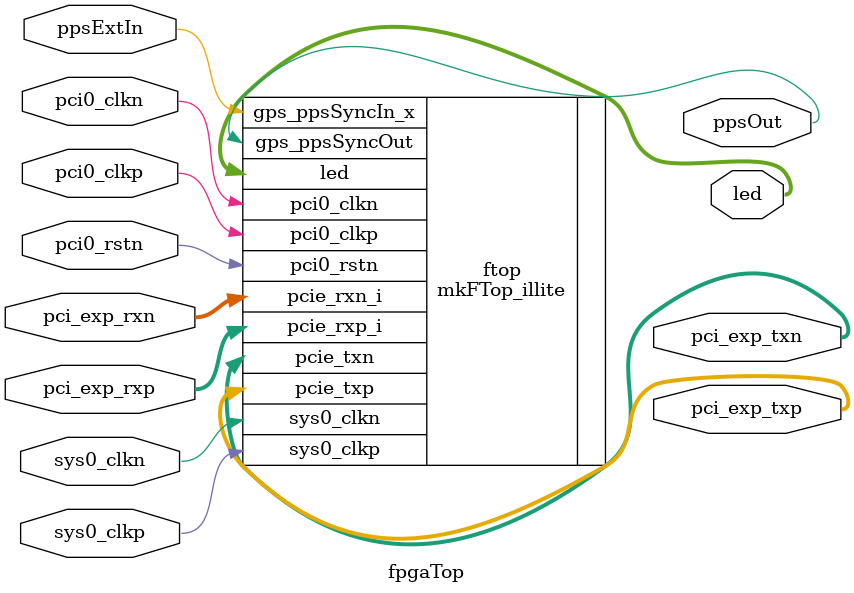
<source format=v>

module fpgaTop(
  input  wire        sys0_clkp,     // sys0 Clock +
  input  wire        sys0_clkn,     // sys0 Clock -
  input  wire        pci0_clkp,     // PCIe Clock +
  input  wire        pci0_clkn,     // PCIe Clock -
  input  wire        pci0_rstn,     // PCIe Reset
  output wire [7:0]  pci_exp_txp,   // PCIe lanes...
  output wire [7:0]  pci_exp_txn,
  input  wire [7:0]  pci_exp_rxp,
  input  wire [7:0]  pci_exp_rxn,
  output wire [2:0]  led,            // LEDs ml555
  input  wire        ppsExtIn,       // PPS in
  output wire        ppsOut          // PPS out
);

// Instance and connect mkFTop...
 mkFTop_illite ftop(
  .sys0_clkp         (sys0_clkp),
  .sys0_clkn         (sys0_clkn),
  .pci0_clkp         (pci0_clkp),
  .pci0_clkn         (pci0_clkn),
  .pci0_rstn         (pci0_rstn),
  .pcie_rxp_i        (pci_exp_rxp),
  .pcie_rxn_i        (pci_exp_rxn),
  .pcie_txp          (pci_exp_txp),
  .pcie_txn          (pci_exp_txn),
  .led               (led),
  .gps_ppsSyncIn_x   (ppsExtIn),
  .gps_ppsSyncOut    (ppsOut) 
);

endmodule

</source>
